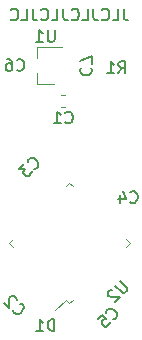
<source format=gbo>
%TF.GenerationSoftware,KiCad,Pcbnew,5.1.6*%
%TF.CreationDate,2020-10-26T01:33:55+01:00*%
%TF.ProjectId,anykey,616e796b-6579-42e6-9b69-6361645f7063,rev?*%
%TF.SameCoordinates,Original*%
%TF.FileFunction,Legend,Bot*%
%TF.FilePolarity,Positive*%
%FSLAX46Y46*%
G04 Gerber Fmt 4.6, Leading zero omitted, Abs format (unit mm)*
G04 Created by KiCad (PCBNEW 5.1.6) date 2020-10-26 01:33:55*
%MOMM*%
%LPD*%
G01*
G04 APERTURE LIST*
%ADD10C,0.150000*%
%ADD11C,0.120000*%
%ADD12C,4.100000*%
%ADD13C,2.300000*%
%ADD14R,1.000000X0.900000*%
%ADD15R,11.100000X8.250000*%
%ADD16R,0.700000X0.500000*%
G04 APERTURE END LIST*
D10*
X154619047Y-59152380D02*
X154619047Y-59866666D01*
X154666666Y-60009523D01*
X154761904Y-60104761D01*
X154904761Y-60152380D01*
X155000000Y-60152380D01*
X153666666Y-60152380D02*
X154142857Y-60152380D01*
X154142857Y-59152380D01*
X152761904Y-60057142D02*
X152809523Y-60104761D01*
X152952380Y-60152380D01*
X153047619Y-60152380D01*
X153190476Y-60104761D01*
X153285714Y-60009523D01*
X153333333Y-59914285D01*
X153380952Y-59723809D01*
X153380952Y-59580952D01*
X153333333Y-59390476D01*
X153285714Y-59295238D01*
X153190476Y-59200000D01*
X153047619Y-59152380D01*
X152952380Y-59152380D01*
X152809523Y-59200000D01*
X152761904Y-59247619D01*
X152047619Y-59152380D02*
X152047619Y-59866666D01*
X152095238Y-60009523D01*
X152190476Y-60104761D01*
X152333333Y-60152380D01*
X152428571Y-60152380D01*
X151095238Y-60152380D02*
X151571428Y-60152380D01*
X151571428Y-59152380D01*
X150190476Y-60057142D02*
X150238095Y-60104761D01*
X150380952Y-60152380D01*
X150476190Y-60152380D01*
X150619047Y-60104761D01*
X150714285Y-60009523D01*
X150761904Y-59914285D01*
X150809523Y-59723809D01*
X150809523Y-59580952D01*
X150761904Y-59390476D01*
X150714285Y-59295238D01*
X150619047Y-59200000D01*
X150476190Y-59152380D01*
X150380952Y-59152380D01*
X150238095Y-59200000D01*
X150190476Y-59247619D01*
X149476190Y-59152380D02*
X149476190Y-59866666D01*
X149523809Y-60009523D01*
X149619047Y-60104761D01*
X149761904Y-60152380D01*
X149857142Y-60152380D01*
X148523809Y-60152380D02*
X149000000Y-60152380D01*
X149000000Y-59152380D01*
X147619047Y-60057142D02*
X147666666Y-60104761D01*
X147809523Y-60152380D01*
X147904761Y-60152380D01*
X148047619Y-60104761D01*
X148142857Y-60009523D01*
X148190476Y-59914285D01*
X148238095Y-59723809D01*
X148238095Y-59580952D01*
X148190476Y-59390476D01*
X148142857Y-59295238D01*
X148047619Y-59200000D01*
X147904761Y-59152380D01*
X147809523Y-59152380D01*
X147666666Y-59200000D01*
X147619047Y-59247619D01*
X146904761Y-59152380D02*
X146904761Y-59866666D01*
X146952380Y-60009523D01*
X147047619Y-60104761D01*
X147190476Y-60152380D01*
X147285714Y-60152380D01*
X145952380Y-60152380D02*
X146428571Y-60152380D01*
X146428571Y-59152380D01*
X145047619Y-60057142D02*
X145095238Y-60104761D01*
X145238095Y-60152380D01*
X145333333Y-60152380D01*
X145476190Y-60104761D01*
X145571428Y-60009523D01*
X145619047Y-59914285D01*
X145666666Y-59723809D01*
X145666666Y-59580952D01*
X145619047Y-59390476D01*
X145571428Y-59295238D01*
X145476190Y-59200000D01*
X145333333Y-59152380D01*
X145238095Y-59152380D01*
X145095238Y-59200000D01*
X145047619Y-59247619D01*
D11*
%TO.C,U2*%
X149681802Y-74212887D02*
X150000000Y-73894689D01*
X150000000Y-73894689D02*
X150318198Y-74212887D01*
X145212887Y-78681802D02*
X144894689Y-79000000D01*
X144894689Y-79000000D02*
X145212887Y-79318198D01*
X154787113Y-79318198D02*
X155105311Y-79000000D01*
X155105311Y-79000000D02*
X154787113Y-78681802D01*
X150318198Y-83787113D02*
X150000000Y-84105311D01*
X150000000Y-84105311D02*
X149681802Y-83787113D01*
X149681802Y-83787113D02*
X148769634Y-84699281D01*
%TO.C,U1*%
X147240000Y-65580000D02*
X148700000Y-65580000D01*
X147240000Y-62420000D02*
X149400000Y-62420000D01*
X147240000Y-62420000D02*
X147240000Y-63350000D01*
X147240000Y-65580000D02*
X147240000Y-64650000D01*
%TO.C,C1*%
X149337221Y-67510000D02*
X149662779Y-67510000D01*
X149337221Y-66490000D02*
X149662779Y-66490000D01*
%TO.C,C4*%
D10*
X155166666Y-75527142D02*
X155214285Y-75574761D01*
X155357142Y-75622380D01*
X155452380Y-75622380D01*
X155595238Y-75574761D01*
X155690476Y-75479523D01*
X155738095Y-75384285D01*
X155785714Y-75193809D01*
X155785714Y-75050952D01*
X155738095Y-74860476D01*
X155690476Y-74765238D01*
X155595238Y-74670000D01*
X155452380Y-74622380D01*
X155357142Y-74622380D01*
X155214285Y-74670000D01*
X155166666Y-74717619D01*
X154309523Y-74955714D02*
X154309523Y-75622380D01*
X154547619Y-74574761D02*
X154785714Y-75289047D01*
X154166666Y-75289047D01*
%TO.C,C6*%
X145566666Y-64327142D02*
X145614285Y-64374761D01*
X145757142Y-64422380D01*
X145852380Y-64422380D01*
X145995238Y-64374761D01*
X146090476Y-64279523D01*
X146138095Y-64184285D01*
X146185714Y-63993809D01*
X146185714Y-63850952D01*
X146138095Y-63660476D01*
X146090476Y-63565238D01*
X145995238Y-63470000D01*
X145852380Y-63422380D01*
X145757142Y-63422380D01*
X145614285Y-63470000D01*
X145566666Y-63517619D01*
X144709523Y-63422380D02*
X144900000Y-63422380D01*
X144995238Y-63470000D01*
X145042857Y-63517619D01*
X145138095Y-63660476D01*
X145185714Y-63850952D01*
X145185714Y-64231904D01*
X145138095Y-64327142D01*
X145090476Y-64374761D01*
X144995238Y-64422380D01*
X144804761Y-64422380D01*
X144709523Y-64374761D01*
X144661904Y-64327142D01*
X144614285Y-64231904D01*
X144614285Y-63993809D01*
X144661904Y-63898571D01*
X144709523Y-63850952D01*
X144804761Y-63803333D01*
X144995238Y-63803333D01*
X145090476Y-63850952D01*
X145138095Y-63898571D01*
X145185714Y-63993809D01*
%TO.C,U2*%
X154288097Y-82210601D02*
X154860517Y-82783021D01*
X154894189Y-82884036D01*
X154894189Y-82951380D01*
X154860517Y-83052395D01*
X154725830Y-83187082D01*
X154624815Y-83220754D01*
X154557471Y-83220754D01*
X154456456Y-83187082D01*
X153884036Y-82614662D01*
X153648334Y-82985052D02*
X153580991Y-82985052D01*
X153479975Y-83018723D01*
X153311617Y-83187082D01*
X153277945Y-83288097D01*
X153277945Y-83355441D01*
X153311617Y-83456456D01*
X153378960Y-83523800D01*
X153513647Y-83591143D01*
X154321769Y-83591143D01*
X153884036Y-84028876D01*
%TO.C,U1*%
X148761904Y-60952380D02*
X148761904Y-61761904D01*
X148714285Y-61857142D01*
X148666666Y-61904761D01*
X148571428Y-61952380D01*
X148380952Y-61952380D01*
X148285714Y-61904761D01*
X148238095Y-61857142D01*
X148190476Y-61761904D01*
X148190476Y-60952380D01*
X147190476Y-61952380D02*
X147761904Y-61952380D01*
X147476190Y-61952380D02*
X147476190Y-60952380D01*
X147571428Y-61095238D01*
X147666666Y-61190476D01*
X147761904Y-61238095D01*
%TO.C,R1*%
X154166666Y-64622380D02*
X154500000Y-64146190D01*
X154738095Y-64622380D02*
X154738095Y-63622380D01*
X154357142Y-63622380D01*
X154261904Y-63670000D01*
X154214285Y-63717619D01*
X154166666Y-63812857D01*
X154166666Y-63955714D01*
X154214285Y-64050952D01*
X154261904Y-64098571D01*
X154357142Y-64146190D01*
X154738095Y-64146190D01*
X153214285Y-64622380D02*
X153785714Y-64622380D01*
X153500000Y-64622380D02*
X153500000Y-63622380D01*
X153595238Y-63765238D01*
X153690476Y-63860476D01*
X153785714Y-63908095D01*
%TO.C,D1*%
X148738095Y-86452380D02*
X148738095Y-85452380D01*
X148500000Y-85452380D01*
X148357142Y-85500000D01*
X148261904Y-85595238D01*
X148214285Y-85690476D01*
X148166666Y-85880952D01*
X148166666Y-86023809D01*
X148214285Y-86214285D01*
X148261904Y-86309523D01*
X148357142Y-86404761D01*
X148500000Y-86452380D01*
X148738095Y-86452380D01*
X147214285Y-86452380D02*
X147785714Y-86452380D01*
X147500000Y-86452380D02*
X147500000Y-85452380D01*
X147595238Y-85595238D01*
X147690476Y-85690476D01*
X147785714Y-85738095D01*
%TO.C,C7*%
X151012857Y-64166666D02*
X150965238Y-64214285D01*
X150917619Y-64357142D01*
X150917619Y-64452380D01*
X150965238Y-64595238D01*
X151060476Y-64690476D01*
X151155714Y-64738095D01*
X151346190Y-64785714D01*
X151489047Y-64785714D01*
X151679523Y-64738095D01*
X151774761Y-64690476D01*
X151870000Y-64595238D01*
X151917619Y-64452380D01*
X151917619Y-64357142D01*
X151870000Y-64214285D01*
X151822380Y-64166666D01*
X151917619Y-63833333D02*
X151917619Y-63166666D01*
X150917619Y-63595238D01*
%TO.C,C5*%
X153697704Y-85462002D02*
X153765047Y-85462002D01*
X153899734Y-85394658D01*
X153967078Y-85327315D01*
X154034421Y-85192627D01*
X154034421Y-85057940D01*
X154000750Y-84956925D01*
X153899734Y-84788566D01*
X153798719Y-84687551D01*
X153630360Y-84586536D01*
X153529345Y-84552864D01*
X153394658Y-84552864D01*
X153259971Y-84620208D01*
X153192627Y-84687551D01*
X153125284Y-84822238D01*
X153125284Y-84889582D01*
X152418177Y-85462002D02*
X152754895Y-85125284D01*
X153125284Y-85428330D01*
X153057940Y-85428330D01*
X152956925Y-85462002D01*
X152788566Y-85630360D01*
X152754895Y-85731376D01*
X152754895Y-85798719D01*
X152788566Y-85899734D01*
X152956925Y-86068093D01*
X153057940Y-86101765D01*
X153125284Y-86101765D01*
X153226299Y-86068093D01*
X153394658Y-85899734D01*
X153428330Y-85798719D01*
X153428330Y-85731376D01*
%TO.C,C3*%
X147043074Y-72707372D02*
X147110417Y-72707372D01*
X147245104Y-72640028D01*
X147312448Y-72572685D01*
X147379791Y-72437997D01*
X147379791Y-72303310D01*
X147346120Y-72202295D01*
X147245104Y-72033936D01*
X147144089Y-71932921D01*
X146975730Y-71831906D01*
X146874715Y-71798234D01*
X146740028Y-71798234D01*
X146605341Y-71865578D01*
X146537997Y-71932921D01*
X146470654Y-72067608D01*
X146470654Y-72134952D01*
X146167608Y-72303310D02*
X145729875Y-72741043D01*
X146234952Y-72774715D01*
X146133936Y-72875730D01*
X146100265Y-72976746D01*
X146100265Y-73044089D01*
X146133936Y-73145104D01*
X146302295Y-73313463D01*
X146403310Y-73347135D01*
X146470654Y-73347135D01*
X146571669Y-73313463D01*
X146773700Y-73111433D01*
X146807372Y-73010417D01*
X146807372Y-72943074D01*
%TO.C,C2*%
X145237997Y-84697704D02*
X145237997Y-84765047D01*
X145305341Y-84899734D01*
X145372685Y-84967078D01*
X145507372Y-85034421D01*
X145642059Y-85034421D01*
X145743074Y-85000750D01*
X145911433Y-84899734D01*
X146012448Y-84798719D01*
X146113463Y-84630360D01*
X146147135Y-84529345D01*
X146147135Y-84394658D01*
X146079791Y-84259971D01*
X146012448Y-84192627D01*
X145877761Y-84125284D01*
X145810417Y-84125284D01*
X145541043Y-83855910D02*
X145541043Y-83788566D01*
X145507372Y-83687551D01*
X145339013Y-83519192D01*
X145237997Y-83485521D01*
X145170654Y-83485521D01*
X145069639Y-83519192D01*
X145002295Y-83586536D01*
X144934952Y-83721223D01*
X144934952Y-84529345D01*
X144497219Y-84091612D01*
%TO.C,C1*%
X149666666Y-68787142D02*
X149714285Y-68834761D01*
X149857142Y-68882380D01*
X149952380Y-68882380D01*
X150095238Y-68834761D01*
X150190476Y-68739523D01*
X150238095Y-68644285D01*
X150285714Y-68453809D01*
X150285714Y-68310952D01*
X150238095Y-68120476D01*
X150190476Y-68025238D01*
X150095238Y-67930000D01*
X149952380Y-67882380D01*
X149857142Y-67882380D01*
X149714285Y-67930000D01*
X149666666Y-67977619D01*
X148714285Y-68882380D02*
X149285714Y-68882380D01*
X149000000Y-68882380D02*
X149000000Y-67882380D01*
X149095238Y-68025238D01*
X149190476Y-68120476D01*
X149285714Y-68168095D01*
%TD*%
%LPC*%
%TO.C,C4*%
G36*
G01*
X154860000Y-73802500D02*
X154860000Y-74197500D01*
G75*
G02*
X154687500Y-74370000I-172500J0D01*
G01*
X154342500Y-74370000D01*
G75*
G02*
X154170000Y-74197500I0J172500D01*
G01*
X154170000Y-73802500D01*
G75*
G02*
X154342500Y-73630000I172500J0D01*
G01*
X154687500Y-73630000D01*
G75*
G02*
X154860000Y-73802500I0J-172500D01*
G01*
G37*
G36*
G01*
X155830000Y-73802500D02*
X155830000Y-74197500D01*
G75*
G02*
X155657500Y-74370000I-172500J0D01*
G01*
X155312500Y-74370000D01*
G75*
G02*
X155140000Y-74197500I0J172500D01*
G01*
X155140000Y-73802500D01*
G75*
G02*
X155312500Y-73630000I172500J0D01*
G01*
X155657500Y-73630000D01*
G75*
G02*
X155830000Y-73802500I0J-172500D01*
G01*
G37*
%TD*%
D12*
%TO.C,SW1*%
X150000000Y-71500000D03*
D13*
X146190000Y-68960000D03*
X152540000Y-66420000D03*
%TD*%
%TO.C,C6*%
G36*
G01*
X145540000Y-62997500D02*
X145540000Y-62602500D01*
G75*
G02*
X145712500Y-62430000I172500J0D01*
G01*
X146057500Y-62430000D01*
G75*
G02*
X146230000Y-62602500I0J-172500D01*
G01*
X146230000Y-62997500D01*
G75*
G02*
X146057500Y-63170000I-172500J0D01*
G01*
X145712500Y-63170000D01*
G75*
G02*
X145540000Y-62997500I0J172500D01*
G01*
G37*
G36*
G01*
X144570000Y-62997500D02*
X144570000Y-62602500D01*
G75*
G02*
X144742500Y-62430000I172500J0D01*
G01*
X145087500Y-62430000D01*
G75*
G02*
X145260000Y-62602500I0J-172500D01*
G01*
X145260000Y-62997500D01*
G75*
G02*
X145087500Y-63170000I-172500J0D01*
G01*
X144742500Y-63170000D01*
G75*
G02*
X144570000Y-62997500I0J172500D01*
G01*
G37*
%TD*%
%TO.C,U2*%
G36*
G01*
X151343503Y-84515433D02*
X150371230Y-83543162D01*
G75*
G02*
X150371230Y-83401740I70711J70711D01*
G01*
X150512652Y-83260318D01*
G75*
G02*
X150654074Y-83260318I70711J-70711D01*
G01*
X151626346Y-84232590D01*
G75*
G02*
X151626346Y-84374012I-70711J-70711D01*
G01*
X151484924Y-84515434D01*
G75*
G02*
X151343502Y-84515434I-70711J70711D01*
G01*
G37*
G36*
G01*
X151697057Y-84161879D02*
X150724784Y-83189608D01*
G75*
G02*
X150724784Y-83048186I70711J70711D01*
G01*
X150866206Y-82906764D01*
G75*
G02*
X151007628Y-82906764I70711J-70711D01*
G01*
X151979900Y-83879036D01*
G75*
G02*
X151979900Y-84020458I-70711J-70711D01*
G01*
X151838478Y-84161880D01*
G75*
G02*
X151697056Y-84161880I-70711J70711D01*
G01*
G37*
G36*
G01*
X152050610Y-83808326D02*
X151078337Y-82836055D01*
G75*
G02*
X151078337Y-82694633I70711J70711D01*
G01*
X151219759Y-82553211D01*
G75*
G02*
X151361181Y-82553211I70711J-70711D01*
G01*
X152333453Y-83525483D01*
G75*
G02*
X152333453Y-83666905I-70711J-70711D01*
G01*
X152192031Y-83808327D01*
G75*
G02*
X152050609Y-83808327I-70711J70711D01*
G01*
G37*
G36*
G01*
X152404164Y-83454772D02*
X151431891Y-82482501D01*
G75*
G02*
X151431891Y-82341079I70711J70711D01*
G01*
X151573313Y-82199657D01*
G75*
G02*
X151714735Y-82199657I70711J-70711D01*
G01*
X152687007Y-83171929D01*
G75*
G02*
X152687007Y-83313351I-70711J-70711D01*
G01*
X152545585Y-83454773D01*
G75*
G02*
X152404163Y-83454773I-70711J70711D01*
G01*
G37*
G36*
G01*
X152757717Y-83101219D02*
X151785444Y-82128948D01*
G75*
G02*
X151785444Y-81987526I70711J70711D01*
G01*
X151926866Y-81846104D01*
G75*
G02*
X152068288Y-81846104I70711J-70711D01*
G01*
X153040560Y-82818376D01*
G75*
G02*
X153040560Y-82959798I-70711J-70711D01*
G01*
X152899138Y-83101220D01*
G75*
G02*
X152757716Y-83101220I-70711J70711D01*
G01*
G37*
G36*
G01*
X153111270Y-82747666D02*
X152138997Y-81775395D01*
G75*
G02*
X152138997Y-81633973I70711J70711D01*
G01*
X152280419Y-81492551D01*
G75*
G02*
X152421841Y-81492551I70711J-70711D01*
G01*
X153394113Y-82464823D01*
G75*
G02*
X153394113Y-82606245I-70711J-70711D01*
G01*
X153252691Y-82747667D01*
G75*
G02*
X153111269Y-82747667I-70711J70711D01*
G01*
G37*
G36*
G01*
X153464824Y-82394112D02*
X152492551Y-81421841D01*
G75*
G02*
X152492551Y-81280419I70711J70711D01*
G01*
X152633973Y-81138997D01*
G75*
G02*
X152775395Y-81138997I70711J-70711D01*
G01*
X153747667Y-82111269D01*
G75*
G02*
X153747667Y-82252691I-70711J-70711D01*
G01*
X153606245Y-82394113D01*
G75*
G02*
X153464823Y-82394113I-70711J70711D01*
G01*
G37*
G36*
G01*
X153818377Y-82040559D02*
X152846104Y-81068288D01*
G75*
G02*
X152846104Y-80926866I70711J70711D01*
G01*
X152987526Y-80785444D01*
G75*
G02*
X153128948Y-80785444I70711J-70711D01*
G01*
X154101220Y-81757716D01*
G75*
G02*
X154101220Y-81899138I-70711J-70711D01*
G01*
X153959798Y-82040560D01*
G75*
G02*
X153818376Y-82040560I-70711J70711D01*
G01*
G37*
G36*
G01*
X154171930Y-81687006D02*
X153199657Y-80714735D01*
G75*
G02*
X153199657Y-80573313I70711J70711D01*
G01*
X153341079Y-80431891D01*
G75*
G02*
X153482501Y-80431891I70711J-70711D01*
G01*
X154454773Y-81404163D01*
G75*
G02*
X154454773Y-81545585I-70711J-70711D01*
G01*
X154313351Y-81687007D01*
G75*
G02*
X154171929Y-81687007I-70711J70711D01*
G01*
G37*
G36*
G01*
X154525484Y-81333452D02*
X153553211Y-80361181D01*
G75*
G02*
X153553211Y-80219759I70711J70711D01*
G01*
X153694633Y-80078337D01*
G75*
G02*
X153836055Y-80078337I70711J-70711D01*
G01*
X154808327Y-81050609D01*
G75*
G02*
X154808327Y-81192031I-70711J-70711D01*
G01*
X154666905Y-81333453D01*
G75*
G02*
X154525483Y-81333453I-70711J70711D01*
G01*
G37*
G36*
G01*
X154879037Y-80979899D02*
X153906764Y-80007628D01*
G75*
G02*
X153906764Y-79866206I70711J70711D01*
G01*
X154048186Y-79724784D01*
G75*
G02*
X154189608Y-79724784I70711J-70711D01*
G01*
X155161880Y-80697056D01*
G75*
G02*
X155161880Y-80838478I-70711J-70711D01*
G01*
X155020458Y-80979900D01*
G75*
G02*
X154879036Y-80979900I-70711J70711D01*
G01*
G37*
G36*
G01*
X155232591Y-80626345D02*
X154260318Y-79654074D01*
G75*
G02*
X154260318Y-79512652I70711J70711D01*
G01*
X154401740Y-79371230D01*
G75*
G02*
X154543162Y-79371230I70711J-70711D01*
G01*
X155515434Y-80343502D01*
G75*
G02*
X155515434Y-80484924I-70711J-70711D01*
G01*
X155374012Y-80626346D01*
G75*
G02*
X155232590Y-80626346I-70711J70711D01*
G01*
G37*
G36*
G01*
X154401740Y-78628769D02*
X154260318Y-78487348D01*
G75*
G02*
X154260318Y-78345926I70711J70711D01*
G01*
X155232590Y-77373654D01*
G75*
G02*
X155374012Y-77373654I70711J-70711D01*
G01*
X155515434Y-77515076D01*
G75*
G02*
X155515434Y-77656498I-70711J-70711D01*
G01*
X154543162Y-78628770D01*
G75*
G02*
X154401740Y-78628770I-70711J70711D01*
G01*
G37*
G36*
G01*
X154048186Y-78275215D02*
X153906764Y-78133794D01*
G75*
G02*
X153906764Y-77992372I70711J70711D01*
G01*
X154879036Y-77020100D01*
G75*
G02*
X155020458Y-77020100I70711J-70711D01*
G01*
X155161880Y-77161522D01*
G75*
G02*
X155161880Y-77302944I-70711J-70711D01*
G01*
X154189608Y-78275216D01*
G75*
G02*
X154048186Y-78275216I-70711J70711D01*
G01*
G37*
G36*
G01*
X153694633Y-77921662D02*
X153553211Y-77780241D01*
G75*
G02*
X153553211Y-77638819I70711J70711D01*
G01*
X154525483Y-76666547D01*
G75*
G02*
X154666905Y-76666547I70711J-70711D01*
G01*
X154808327Y-76807969D01*
G75*
G02*
X154808327Y-76949391I-70711J-70711D01*
G01*
X153836055Y-77921663D01*
G75*
G02*
X153694633Y-77921663I-70711J70711D01*
G01*
G37*
G36*
G01*
X153341079Y-77568108D02*
X153199657Y-77426687D01*
G75*
G02*
X153199657Y-77285265I70711J70711D01*
G01*
X154171929Y-76312993D01*
G75*
G02*
X154313351Y-76312993I70711J-70711D01*
G01*
X154454773Y-76454415D01*
G75*
G02*
X154454773Y-76595837I-70711J-70711D01*
G01*
X153482501Y-77568109D01*
G75*
G02*
X153341079Y-77568109I-70711J70711D01*
G01*
G37*
G36*
G01*
X152987526Y-77214555D02*
X152846104Y-77073134D01*
G75*
G02*
X152846104Y-76931712I70711J70711D01*
G01*
X153818376Y-75959440D01*
G75*
G02*
X153959798Y-75959440I70711J-70711D01*
G01*
X154101220Y-76100862D01*
G75*
G02*
X154101220Y-76242284I-70711J-70711D01*
G01*
X153128948Y-77214556D01*
G75*
G02*
X152987526Y-77214556I-70711J70711D01*
G01*
G37*
G36*
G01*
X152633973Y-76861002D02*
X152492551Y-76719581D01*
G75*
G02*
X152492551Y-76578159I70711J70711D01*
G01*
X153464823Y-75605887D01*
G75*
G02*
X153606245Y-75605887I70711J-70711D01*
G01*
X153747667Y-75747309D01*
G75*
G02*
X153747667Y-75888731I-70711J-70711D01*
G01*
X152775395Y-76861003D01*
G75*
G02*
X152633973Y-76861003I-70711J70711D01*
G01*
G37*
G36*
G01*
X152280419Y-76507448D02*
X152138997Y-76366027D01*
G75*
G02*
X152138997Y-76224605I70711J70711D01*
G01*
X153111269Y-75252333D01*
G75*
G02*
X153252691Y-75252333I70711J-70711D01*
G01*
X153394113Y-75393755D01*
G75*
G02*
X153394113Y-75535177I-70711J-70711D01*
G01*
X152421841Y-76507449D01*
G75*
G02*
X152280419Y-76507449I-70711J70711D01*
G01*
G37*
G36*
G01*
X151926866Y-76153895D02*
X151785444Y-76012474D01*
G75*
G02*
X151785444Y-75871052I70711J70711D01*
G01*
X152757716Y-74898780D01*
G75*
G02*
X152899138Y-74898780I70711J-70711D01*
G01*
X153040560Y-75040202D01*
G75*
G02*
X153040560Y-75181624I-70711J-70711D01*
G01*
X152068288Y-76153896D01*
G75*
G02*
X151926866Y-76153896I-70711J70711D01*
G01*
G37*
G36*
G01*
X151573313Y-75800342D02*
X151431891Y-75658921D01*
G75*
G02*
X151431891Y-75517499I70711J70711D01*
G01*
X152404163Y-74545227D01*
G75*
G02*
X152545585Y-74545227I70711J-70711D01*
G01*
X152687007Y-74686649D01*
G75*
G02*
X152687007Y-74828071I-70711J-70711D01*
G01*
X151714735Y-75800343D01*
G75*
G02*
X151573313Y-75800343I-70711J70711D01*
G01*
G37*
G36*
G01*
X151219759Y-75446788D02*
X151078337Y-75305367D01*
G75*
G02*
X151078337Y-75163945I70711J70711D01*
G01*
X152050609Y-74191673D01*
G75*
G02*
X152192031Y-74191673I70711J-70711D01*
G01*
X152333453Y-74333095D01*
G75*
G02*
X152333453Y-74474517I-70711J-70711D01*
G01*
X151361181Y-75446789D01*
G75*
G02*
X151219759Y-75446789I-70711J70711D01*
G01*
G37*
G36*
G01*
X150866206Y-75093235D02*
X150724784Y-74951814D01*
G75*
G02*
X150724784Y-74810392I70711J70711D01*
G01*
X151697056Y-73838120D01*
G75*
G02*
X151838478Y-73838120I70711J-70711D01*
G01*
X151979900Y-73979542D01*
G75*
G02*
X151979900Y-74120964I-70711J-70711D01*
G01*
X151007628Y-75093236D01*
G75*
G02*
X150866206Y-75093236I-70711J70711D01*
G01*
G37*
G36*
G01*
X150512652Y-74739681D02*
X150371230Y-74598260D01*
G75*
G02*
X150371230Y-74456838I70711J70711D01*
G01*
X151343502Y-73484566D01*
G75*
G02*
X151484924Y-73484566I70711J-70711D01*
G01*
X151626346Y-73625988D01*
G75*
G02*
X151626346Y-73767410I-70711J-70711D01*
G01*
X150654074Y-74739682D01*
G75*
G02*
X150512652Y-74739682I-70711J70711D01*
G01*
G37*
G36*
G01*
X149345927Y-74739681D02*
X148373654Y-73767410D01*
G75*
G02*
X148373654Y-73625988I70711J70711D01*
G01*
X148515076Y-73484566D01*
G75*
G02*
X148656498Y-73484566I70711J-70711D01*
G01*
X149628770Y-74456838D01*
G75*
G02*
X149628770Y-74598260I-70711J-70711D01*
G01*
X149487348Y-74739682D01*
G75*
G02*
X149345926Y-74739682I-70711J70711D01*
G01*
G37*
G36*
G01*
X148992373Y-75093235D02*
X148020100Y-74120964D01*
G75*
G02*
X148020100Y-73979542I70711J70711D01*
G01*
X148161522Y-73838120D01*
G75*
G02*
X148302944Y-73838120I70711J-70711D01*
G01*
X149275216Y-74810392D01*
G75*
G02*
X149275216Y-74951814I-70711J-70711D01*
G01*
X149133794Y-75093236D01*
G75*
G02*
X148992372Y-75093236I-70711J70711D01*
G01*
G37*
G36*
G01*
X148638820Y-75446788D02*
X147666547Y-74474517D01*
G75*
G02*
X147666547Y-74333095I70711J70711D01*
G01*
X147807969Y-74191673D01*
G75*
G02*
X147949391Y-74191673I70711J-70711D01*
G01*
X148921663Y-75163945D01*
G75*
G02*
X148921663Y-75305367I-70711J-70711D01*
G01*
X148780241Y-75446789D01*
G75*
G02*
X148638819Y-75446789I-70711J70711D01*
G01*
G37*
G36*
G01*
X148285266Y-75800342D02*
X147312993Y-74828071D01*
G75*
G02*
X147312993Y-74686649I70711J70711D01*
G01*
X147454415Y-74545227D01*
G75*
G02*
X147595837Y-74545227I70711J-70711D01*
G01*
X148568109Y-75517499D01*
G75*
G02*
X148568109Y-75658921I-70711J-70711D01*
G01*
X148426687Y-75800343D01*
G75*
G02*
X148285265Y-75800343I-70711J70711D01*
G01*
G37*
G36*
G01*
X147931713Y-76153895D02*
X146959440Y-75181624D01*
G75*
G02*
X146959440Y-75040202I70711J70711D01*
G01*
X147100862Y-74898780D01*
G75*
G02*
X147242284Y-74898780I70711J-70711D01*
G01*
X148214556Y-75871052D01*
G75*
G02*
X148214556Y-76012474I-70711J-70711D01*
G01*
X148073134Y-76153896D01*
G75*
G02*
X147931712Y-76153896I-70711J70711D01*
G01*
G37*
G36*
G01*
X147578160Y-76507448D02*
X146605887Y-75535177D01*
G75*
G02*
X146605887Y-75393755I70711J70711D01*
G01*
X146747309Y-75252333D01*
G75*
G02*
X146888731Y-75252333I70711J-70711D01*
G01*
X147861003Y-76224605D01*
G75*
G02*
X147861003Y-76366027I-70711J-70711D01*
G01*
X147719581Y-76507449D01*
G75*
G02*
X147578159Y-76507449I-70711J70711D01*
G01*
G37*
G36*
G01*
X147224606Y-76861002D02*
X146252333Y-75888731D01*
G75*
G02*
X146252333Y-75747309I70711J70711D01*
G01*
X146393755Y-75605887D01*
G75*
G02*
X146535177Y-75605887I70711J-70711D01*
G01*
X147507449Y-76578159D01*
G75*
G02*
X147507449Y-76719581I-70711J-70711D01*
G01*
X147366027Y-76861003D01*
G75*
G02*
X147224605Y-76861003I-70711J70711D01*
G01*
G37*
G36*
G01*
X146871053Y-77214555D02*
X145898780Y-76242284D01*
G75*
G02*
X145898780Y-76100862I70711J70711D01*
G01*
X146040202Y-75959440D01*
G75*
G02*
X146181624Y-75959440I70711J-70711D01*
G01*
X147153896Y-76931712D01*
G75*
G02*
X147153896Y-77073134I-70711J-70711D01*
G01*
X147012474Y-77214556D01*
G75*
G02*
X146871052Y-77214556I-70711J70711D01*
G01*
G37*
G36*
G01*
X146517500Y-77568108D02*
X145545227Y-76595837D01*
G75*
G02*
X145545227Y-76454415I70711J70711D01*
G01*
X145686649Y-76312993D01*
G75*
G02*
X145828071Y-76312993I70711J-70711D01*
G01*
X146800343Y-77285265D01*
G75*
G02*
X146800343Y-77426687I-70711J-70711D01*
G01*
X146658921Y-77568109D01*
G75*
G02*
X146517499Y-77568109I-70711J70711D01*
G01*
G37*
G36*
G01*
X146163946Y-77921662D02*
X145191673Y-76949391D01*
G75*
G02*
X145191673Y-76807969I70711J70711D01*
G01*
X145333095Y-76666547D01*
G75*
G02*
X145474517Y-76666547I70711J-70711D01*
G01*
X146446789Y-77638819D01*
G75*
G02*
X146446789Y-77780241I-70711J-70711D01*
G01*
X146305367Y-77921663D01*
G75*
G02*
X146163945Y-77921663I-70711J70711D01*
G01*
G37*
G36*
G01*
X145810393Y-78275215D02*
X144838120Y-77302944D01*
G75*
G02*
X144838120Y-77161522I70711J70711D01*
G01*
X144979542Y-77020100D01*
G75*
G02*
X145120964Y-77020100I70711J-70711D01*
G01*
X146093236Y-77992372D01*
G75*
G02*
X146093236Y-78133794I-70711J-70711D01*
G01*
X145951814Y-78275216D01*
G75*
G02*
X145810392Y-78275216I-70711J70711D01*
G01*
G37*
G36*
G01*
X145456839Y-78628769D02*
X144484566Y-77656498D01*
G75*
G02*
X144484566Y-77515076I70711J70711D01*
G01*
X144625988Y-77373654D01*
G75*
G02*
X144767410Y-77373654I70711J-70711D01*
G01*
X145739682Y-78345926D01*
G75*
G02*
X145739682Y-78487348I-70711J-70711D01*
G01*
X145598260Y-78628770D01*
G75*
G02*
X145456838Y-78628770I-70711J70711D01*
G01*
G37*
G36*
G01*
X144625988Y-80626345D02*
X144484566Y-80484924D01*
G75*
G02*
X144484566Y-80343502I70711J70711D01*
G01*
X145456838Y-79371230D01*
G75*
G02*
X145598260Y-79371230I70711J-70711D01*
G01*
X145739682Y-79512652D01*
G75*
G02*
X145739682Y-79654074I-70711J-70711D01*
G01*
X144767410Y-80626346D01*
G75*
G02*
X144625988Y-80626346I-70711J70711D01*
G01*
G37*
G36*
G01*
X144979542Y-80979899D02*
X144838120Y-80838478D01*
G75*
G02*
X144838120Y-80697056I70711J70711D01*
G01*
X145810392Y-79724784D01*
G75*
G02*
X145951814Y-79724784I70711J-70711D01*
G01*
X146093236Y-79866206D01*
G75*
G02*
X146093236Y-80007628I-70711J-70711D01*
G01*
X145120964Y-80979900D01*
G75*
G02*
X144979542Y-80979900I-70711J70711D01*
G01*
G37*
G36*
G01*
X145333095Y-81333452D02*
X145191673Y-81192031D01*
G75*
G02*
X145191673Y-81050609I70711J70711D01*
G01*
X146163945Y-80078337D01*
G75*
G02*
X146305367Y-80078337I70711J-70711D01*
G01*
X146446789Y-80219759D01*
G75*
G02*
X146446789Y-80361181I-70711J-70711D01*
G01*
X145474517Y-81333453D01*
G75*
G02*
X145333095Y-81333453I-70711J70711D01*
G01*
G37*
G36*
G01*
X145686649Y-81687006D02*
X145545227Y-81545585D01*
G75*
G02*
X145545227Y-81404163I70711J70711D01*
G01*
X146517499Y-80431891D01*
G75*
G02*
X146658921Y-80431891I70711J-70711D01*
G01*
X146800343Y-80573313D01*
G75*
G02*
X146800343Y-80714735I-70711J-70711D01*
G01*
X145828071Y-81687007D01*
G75*
G02*
X145686649Y-81687007I-70711J70711D01*
G01*
G37*
G36*
G01*
X146040202Y-82040559D02*
X145898780Y-81899138D01*
G75*
G02*
X145898780Y-81757716I70711J70711D01*
G01*
X146871052Y-80785444D01*
G75*
G02*
X147012474Y-80785444I70711J-70711D01*
G01*
X147153896Y-80926866D01*
G75*
G02*
X147153896Y-81068288I-70711J-70711D01*
G01*
X146181624Y-82040560D01*
G75*
G02*
X146040202Y-82040560I-70711J70711D01*
G01*
G37*
G36*
G01*
X146393755Y-82394112D02*
X146252333Y-82252691D01*
G75*
G02*
X146252333Y-82111269I70711J70711D01*
G01*
X147224605Y-81138997D01*
G75*
G02*
X147366027Y-81138997I70711J-70711D01*
G01*
X147507449Y-81280419D01*
G75*
G02*
X147507449Y-81421841I-70711J-70711D01*
G01*
X146535177Y-82394113D01*
G75*
G02*
X146393755Y-82394113I-70711J70711D01*
G01*
G37*
G36*
G01*
X146747309Y-82747666D02*
X146605887Y-82606245D01*
G75*
G02*
X146605887Y-82464823I70711J70711D01*
G01*
X147578159Y-81492551D01*
G75*
G02*
X147719581Y-81492551I70711J-70711D01*
G01*
X147861003Y-81633973D01*
G75*
G02*
X147861003Y-81775395I-70711J-70711D01*
G01*
X146888731Y-82747667D01*
G75*
G02*
X146747309Y-82747667I-70711J70711D01*
G01*
G37*
G36*
G01*
X147100862Y-83101219D02*
X146959440Y-82959798D01*
G75*
G02*
X146959440Y-82818376I70711J70711D01*
G01*
X147931712Y-81846104D01*
G75*
G02*
X148073134Y-81846104I70711J-70711D01*
G01*
X148214556Y-81987526D01*
G75*
G02*
X148214556Y-82128948I-70711J-70711D01*
G01*
X147242284Y-83101220D01*
G75*
G02*
X147100862Y-83101220I-70711J70711D01*
G01*
G37*
G36*
G01*
X147454415Y-83454772D02*
X147312993Y-83313351D01*
G75*
G02*
X147312993Y-83171929I70711J70711D01*
G01*
X148285265Y-82199657D01*
G75*
G02*
X148426687Y-82199657I70711J-70711D01*
G01*
X148568109Y-82341079D01*
G75*
G02*
X148568109Y-82482501I-70711J-70711D01*
G01*
X147595837Y-83454773D01*
G75*
G02*
X147454415Y-83454773I-70711J70711D01*
G01*
G37*
G36*
G01*
X147807969Y-83808326D02*
X147666547Y-83666905D01*
G75*
G02*
X147666547Y-83525483I70711J70711D01*
G01*
X148638819Y-82553211D01*
G75*
G02*
X148780241Y-82553211I70711J-70711D01*
G01*
X148921663Y-82694633D01*
G75*
G02*
X148921663Y-82836055I-70711J-70711D01*
G01*
X147949391Y-83808327D01*
G75*
G02*
X147807969Y-83808327I-70711J70711D01*
G01*
G37*
G36*
G01*
X148161522Y-84161879D02*
X148020100Y-84020458D01*
G75*
G02*
X148020100Y-83879036I70711J70711D01*
G01*
X148992372Y-82906764D01*
G75*
G02*
X149133794Y-82906764I70711J-70711D01*
G01*
X149275216Y-83048186D01*
G75*
G02*
X149275216Y-83189608I-70711J-70711D01*
G01*
X148302944Y-84161880D01*
G75*
G02*
X148161522Y-84161880I-70711J70711D01*
G01*
G37*
G36*
G01*
X148515076Y-84515433D02*
X148373654Y-84374012D01*
G75*
G02*
X148373654Y-84232590I70711J70711D01*
G01*
X149345926Y-83260318D01*
G75*
G02*
X149487348Y-83260318I70711J-70711D01*
G01*
X149628770Y-83401740D01*
G75*
G02*
X149628770Y-83543162I-70711J-70711D01*
G01*
X148656498Y-84515434D01*
G75*
G02*
X148515076Y-84515434I-70711J70711D01*
G01*
G37*
%TD*%
D14*
%TO.C,U1*%
X149000000Y-63050000D03*
X149000000Y-64950000D03*
X147000000Y-64000000D03*
%TD*%
%TO.C,R1*%
G36*
G01*
X154140000Y-63197500D02*
X154140000Y-62802500D01*
G75*
G02*
X154312500Y-62630000I172500J0D01*
G01*
X154657500Y-62630000D01*
G75*
G02*
X154830000Y-62802500I0J-172500D01*
G01*
X154830000Y-63197500D01*
G75*
G02*
X154657500Y-63370000I-172500J0D01*
G01*
X154312500Y-63370000D01*
G75*
G02*
X154140000Y-63197500I0J172500D01*
G01*
G37*
G36*
G01*
X153170000Y-63197500D02*
X153170000Y-62802500D01*
G75*
G02*
X153342500Y-62630000I172500J0D01*
G01*
X153687500Y-62630000D01*
G75*
G02*
X153860000Y-62802500I0J-172500D01*
G01*
X153860000Y-63197500D01*
G75*
G02*
X153687500Y-63370000I-172500J0D01*
G01*
X153342500Y-63370000D01*
G75*
G02*
X153170000Y-63197500I0J172500D01*
G01*
G37*
%TD*%
D15*
%TO.C,J1*%
X150000000Y-54575000D03*
%TD*%
D16*
%TO.C,D1*%
X149350000Y-85600000D03*
X150650000Y-85600000D03*
X150650000Y-86400000D03*
X149350000Y-86400000D03*
%TD*%
%TO.C,C7*%
G36*
G01*
X150397500Y-64830000D02*
X150002500Y-64830000D01*
G75*
G02*
X149830000Y-64657500I0J172500D01*
G01*
X149830000Y-64312500D01*
G75*
G02*
X150002500Y-64140000I172500J0D01*
G01*
X150397500Y-64140000D01*
G75*
G02*
X150570000Y-64312500I0J-172500D01*
G01*
X150570000Y-64657500D01*
G75*
G02*
X150397500Y-64830000I-172500J0D01*
G01*
G37*
G36*
G01*
X150397500Y-63860000D02*
X150002500Y-63860000D01*
G75*
G02*
X149830000Y-63687500I0J172500D01*
G01*
X149830000Y-63342500D01*
G75*
G02*
X150002500Y-63170000I172500J0D01*
G01*
X150397500Y-63170000D01*
G75*
G02*
X150570000Y-63342500I0J-172500D01*
G01*
X150570000Y-63687500D01*
G75*
G02*
X150397500Y-63860000I-172500J0D01*
G01*
G37*
%TD*%
%TO.C,C5*%
G36*
G01*
X152052755Y-85226552D02*
X151773447Y-84947245D01*
G75*
G02*
X151773447Y-84703293I121976J121976D01*
G01*
X152017399Y-84459341D01*
G75*
G02*
X152261351Y-84459341I121976J-121976D01*
G01*
X152540659Y-84738649D01*
G75*
G02*
X152540659Y-84982601I-121976J-121976D01*
G01*
X152296707Y-85226553D01*
G75*
G02*
X152052755Y-85226553I-121976J121976D01*
G01*
G37*
G36*
G01*
X152738649Y-84540658D02*
X152459341Y-84261351D01*
G75*
G02*
X152459341Y-84017399I121976J121976D01*
G01*
X152703293Y-83773447D01*
G75*
G02*
X152947245Y-83773447I121976J-121976D01*
G01*
X153226553Y-84052755D01*
G75*
G02*
X153226553Y-84296707I-121976J-121976D01*
G01*
X152982601Y-84540659D01*
G75*
G02*
X152738649Y-84540659I-121976J121976D01*
G01*
G37*
%TD*%
%TO.C,C3*%
G36*
G01*
X147947245Y-72673448D02*
X148226553Y-72952755D01*
G75*
G02*
X148226553Y-73196707I-121976J-121976D01*
G01*
X147982601Y-73440659D01*
G75*
G02*
X147738649Y-73440659I-121976J121976D01*
G01*
X147459341Y-73161351D01*
G75*
G02*
X147459341Y-72917399I121976J121976D01*
G01*
X147703293Y-72673447D01*
G75*
G02*
X147947245Y-72673447I121976J-121976D01*
G01*
G37*
G36*
G01*
X147261351Y-73359342D02*
X147540659Y-73638649D01*
G75*
G02*
X147540659Y-73882601I-121976J-121976D01*
G01*
X147296707Y-74126553D01*
G75*
G02*
X147052755Y-74126553I-121976J121976D01*
G01*
X146773447Y-73847245D01*
G75*
G02*
X146773447Y-73603293I121976J121976D01*
G01*
X147017399Y-73359341D01*
G75*
G02*
X147261351Y-73359341I121976J-121976D01*
G01*
G37*
%TD*%
%TO.C,C2*%
G36*
G01*
X146159342Y-83738649D02*
X146438649Y-83459341D01*
G75*
G02*
X146682601Y-83459341I121976J-121976D01*
G01*
X146926553Y-83703293D01*
G75*
G02*
X146926553Y-83947245I-121976J-121976D01*
G01*
X146647245Y-84226553D01*
G75*
G02*
X146403293Y-84226553I-121976J121976D01*
G01*
X146159341Y-83982601D01*
G75*
G02*
X146159341Y-83738649I121976J121976D01*
G01*
G37*
G36*
G01*
X145473448Y-83052755D02*
X145752755Y-82773447D01*
G75*
G02*
X145996707Y-82773447I121976J-121976D01*
G01*
X146240659Y-83017399D01*
G75*
G02*
X146240659Y-83261351I-121976J-121976D01*
G01*
X145961351Y-83540659D01*
G75*
G02*
X145717399Y-83540659I-121976J121976D01*
G01*
X145473447Y-83296707D01*
G75*
G02*
X145473447Y-83052755I121976J121976D01*
G01*
G37*
%TD*%
%TO.C,C1*%
G36*
G01*
X149800000Y-67281250D02*
X149800000Y-66718750D01*
G75*
G02*
X150043750Y-66475000I243750J0D01*
G01*
X150531250Y-66475000D01*
G75*
G02*
X150775000Y-66718750I0J-243750D01*
G01*
X150775000Y-67281250D01*
G75*
G02*
X150531250Y-67525000I-243750J0D01*
G01*
X150043750Y-67525000D01*
G75*
G02*
X149800000Y-67281250I0J243750D01*
G01*
G37*
G36*
G01*
X148225000Y-67281250D02*
X148225000Y-66718750D01*
G75*
G02*
X148468750Y-66475000I243750J0D01*
G01*
X148956250Y-66475000D01*
G75*
G02*
X149200000Y-66718750I0J-243750D01*
G01*
X149200000Y-67281250D01*
G75*
G02*
X148956250Y-67525000I-243750J0D01*
G01*
X148468750Y-67525000D01*
G75*
G02*
X148225000Y-67281250I0J243750D01*
G01*
G37*
%TD*%
M02*

</source>
